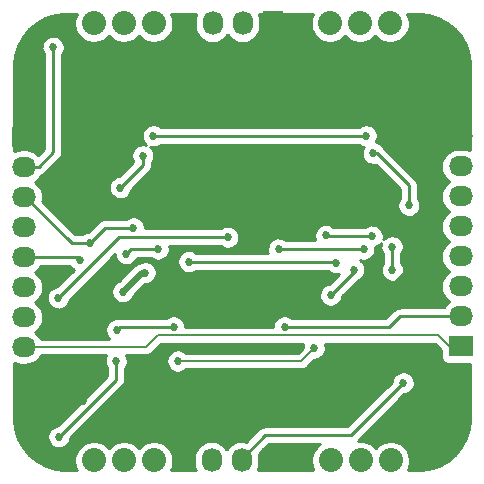
<source format=gbl>
G04 #@! TF.FileFunction,Copper,L2,Bot,Signal*
%FSLAX46Y46*%
G04 Gerber Fmt 4.6, Leading zero omitted, Abs format (unit mm)*
G04 Created by KiCad (PCBNEW 4.0.4-stable) date Fri Nov  4 09:48:08 2016*
%MOMM*%
%LPD*%
G01*
G04 APERTURE LIST*
%ADD10C,0.100000*%
%ADD11C,2.032000*%
%ADD12R,1.727200X2.032000*%
%ADD13O,1.727200X2.032000*%
%ADD14R,2.032000X1.727200*%
%ADD15O,2.032000X1.727200*%
%ADD16C,0.685800*%
%ADD17C,0.254000*%
%ADD18C,0.500000*%
%ADD19C,0.152400*%
G04 APERTURE END LIST*
D10*
D11*
X171000000Y-142000000D03*
X173540000Y-142000000D03*
X176080000Y-142000000D03*
D12*
X166000000Y-142000000D03*
D13*
X163460000Y-142000000D03*
X160920000Y-142000000D03*
D12*
X166080000Y-105000000D03*
D13*
X163540000Y-105000000D03*
X161000000Y-105000000D03*
D11*
X150960000Y-142000000D03*
X153500000Y-142000000D03*
X156040000Y-142000000D03*
X150960000Y-105000000D03*
X153500000Y-105000000D03*
X156040000Y-105000000D03*
X170960000Y-105000000D03*
X173500000Y-105000000D03*
X176040000Y-105000000D03*
D14*
X145000000Y-114610000D03*
D15*
X145000000Y-117150000D03*
X145000000Y-119690000D03*
X145000000Y-122230000D03*
X145000000Y-124770000D03*
X145000000Y-127310000D03*
X145000000Y-129850000D03*
X145000000Y-132390000D03*
D14*
X182000000Y-132350000D03*
D15*
X182000000Y-129810000D03*
X182000000Y-127270000D03*
X182000000Y-124730000D03*
X182000000Y-122190000D03*
X182000000Y-119650000D03*
X182000000Y-117110000D03*
X182000000Y-114570000D03*
D16*
X177800000Y-133700000D03*
X178874508Y-122224103D03*
X177274908Y-128000000D03*
X175100000Y-127700000D03*
X177000000Y-137000000D03*
X168000000Y-137000000D03*
X159000000Y-137000000D03*
X150000000Y-137000000D03*
X168000000Y-128000000D03*
X159000000Y-128000000D03*
X150000000Y-128000000D03*
X168000000Y-119000000D03*
X159000000Y-119000000D03*
X150000000Y-119000000D03*
X177000000Y-110000000D03*
X150000000Y-110000000D03*
X168000000Y-110000000D03*
X159000000Y-110000000D03*
X154300000Y-122300000D03*
X150600000Y-123600000D03*
X176230335Y-125884447D03*
X155300000Y-126100000D03*
X153400000Y-127700000D03*
X174600000Y-116000000D03*
X177622300Y-120400000D03*
X176200000Y-123900000D03*
X172965246Y-125850941D03*
X171000000Y-128000000D03*
X155100000Y-116200000D03*
X153200000Y-118900000D03*
X147500000Y-107000000D03*
X156000000Y-114500000D03*
X174000000Y-114500000D03*
X170603554Y-122950165D03*
X162300000Y-123100000D03*
X147949095Y-128240203D03*
X174504000Y-123000000D03*
X152838720Y-133572385D03*
X158064938Y-133581404D03*
X169600000Y-132500000D03*
X148000000Y-140000000D03*
X177146204Y-135429143D03*
X173800000Y-124100000D03*
X166600000Y-124100000D03*
X156400000Y-124100000D03*
X153700000Y-124500000D03*
X171482306Y-125268614D03*
X149820755Y-125067281D03*
X159000000Y-125155555D03*
X152886832Y-130951365D03*
X167100000Y-130700000D03*
X157700000Y-130700000D03*
D17*
X178874508Y-122709036D02*
X178874508Y-122224103D01*
X178874508Y-124410425D02*
X178874508Y-122709036D01*
X175584933Y-127700000D02*
X178874508Y-124410425D01*
X175100000Y-127700000D02*
X175584933Y-127700000D01*
X181847600Y-114570000D02*
X182000000Y-114570000D01*
X150600000Y-123600000D02*
X151900000Y-122300000D01*
X151900000Y-122300000D02*
X154300000Y-122300000D01*
X145000000Y-119690000D02*
X145152400Y-119690000D01*
X145152400Y-119690000D02*
X149062400Y-123600000D01*
X149062400Y-123600000D02*
X150600000Y-123600000D01*
X176230335Y-125884447D02*
X176230335Y-123930335D01*
X176230335Y-123930335D02*
X176200000Y-123900000D01*
D18*
X153400000Y-127700000D02*
X155000000Y-126100000D01*
X155000000Y-126100000D02*
X155300000Y-126100000D01*
D17*
X177622300Y-120400000D02*
X177622300Y-118701294D01*
X177622300Y-118701294D02*
X174921006Y-116000000D01*
X174921006Y-116000000D02*
X174600000Y-116000000D01*
X176188399Y-123911601D02*
X176200000Y-123900000D01*
X172965246Y-126034754D02*
X172965246Y-125850941D01*
X171000000Y-128000000D02*
X172965246Y-126034754D01*
X153200000Y-118900000D02*
X155100000Y-117000000D01*
X155100000Y-117000000D02*
X155100000Y-116200000D01*
X145000000Y-117150000D02*
X146270000Y-117150000D01*
X146270000Y-117150000D02*
X147500000Y-115920000D01*
X147500000Y-115920000D02*
X147500000Y-110896000D01*
X147500000Y-110896000D02*
X147500000Y-107000000D01*
X171000000Y-114500000D02*
X169922370Y-114500000D01*
X169922370Y-114500000D02*
X156000000Y-114500000D01*
X174000000Y-114500000D02*
X171000000Y-114500000D01*
X170653389Y-123000000D02*
X170603554Y-122950165D01*
X174504000Y-123000000D02*
X170653389Y-123000000D01*
X162300000Y-123100000D02*
X153089298Y-123100000D01*
X153089298Y-123100000D02*
X148291994Y-127897304D01*
X148291994Y-127897304D02*
X147949095Y-128240203D01*
X152838720Y-134057318D02*
X152838720Y-133572385D01*
X152838720Y-135161280D02*
X152838720Y-134057318D01*
X148000000Y-140000000D02*
X152838720Y-135161280D01*
D19*
X158549871Y-133581404D02*
X158064938Y-133581404D01*
X168518596Y-133581404D02*
X158549871Y-133581404D01*
X169600000Y-132500000D02*
X168518596Y-133581404D01*
D17*
X163460000Y-142000000D02*
X163460000Y-141847600D01*
X163460000Y-141847600D02*
X165429616Y-139877984D01*
X165429616Y-139877984D02*
X172697363Y-139877984D01*
X172697363Y-139877984D02*
X176803305Y-135772042D01*
X176803305Y-135772042D02*
X177146204Y-135429143D01*
X166600000Y-124100000D02*
X173800000Y-124100000D01*
X153700000Y-124500000D02*
X154100000Y-124100000D01*
X154100000Y-124100000D02*
X156400000Y-124100000D01*
X171369247Y-125155555D02*
X171482306Y-125268614D01*
X159000000Y-125155555D02*
X171369247Y-125155555D01*
X149523474Y-124770000D02*
X149820755Y-125067281D01*
X145000000Y-124770000D02*
X149523474Y-124770000D01*
D19*
X182000000Y-132350000D02*
X181050000Y-132350000D01*
X181050000Y-132350000D02*
X180578099Y-131878099D01*
X155357378Y-132390000D02*
X145000000Y-132390000D01*
X180578099Y-131878099D02*
X180578099Y-131877699D01*
X180578099Y-131877699D02*
X180100400Y-131400000D01*
X180100400Y-131400000D02*
X156347378Y-131400000D01*
X156347378Y-131400000D02*
X155357378Y-132390000D01*
D17*
X153138197Y-130700000D02*
X152886832Y-130951365D01*
X157700000Y-130700000D02*
X153138197Y-130700000D01*
X167100000Y-130700000D02*
X175951304Y-130700000D01*
X182000000Y-129810000D02*
X176841304Y-129810000D01*
X176841304Y-129810000D02*
X175951304Y-130700000D01*
G36*
X169960472Y-140707088D02*
X169729141Y-140933623D01*
X169546218Y-141200776D01*
X169418668Y-141498372D01*
X169351351Y-141815074D01*
X169346830Y-142138821D01*
X169405278Y-142457279D01*
X169524469Y-142758320D01*
X169544885Y-142790000D01*
X164815838Y-142790000D01*
X164837416Y-142750749D01*
X164925852Y-142471964D01*
X164958454Y-142181312D01*
X164958600Y-142160388D01*
X164958600Y-141839612D01*
X164930059Y-141548532D01*
X164908409Y-141476822D01*
X165745247Y-140639984D01*
X170063017Y-140639984D01*
X169960472Y-140707088D01*
X169960472Y-140707088D01*
G37*
X169960472Y-140707088D02*
X169729141Y-140933623D01*
X169546218Y-141200776D01*
X169418668Y-141498372D01*
X169351351Y-141815074D01*
X169346830Y-142138821D01*
X169405278Y-142457279D01*
X169524469Y-142758320D01*
X169544885Y-142790000D01*
X164815838Y-142790000D01*
X164837416Y-142750749D01*
X164925852Y-142471964D01*
X164958454Y-142181312D01*
X164958600Y-142160388D01*
X164958600Y-141839612D01*
X164930059Y-141548532D01*
X164908409Y-141476822D01*
X165745247Y-140639984D01*
X170063017Y-140639984D01*
X169960472Y-140707088D01*
G36*
X168663364Y-132202882D02*
X168623492Y-132390467D01*
X168622355Y-132471857D01*
X168224008Y-132870204D01*
X158736902Y-132870204D01*
X158691291Y-132824273D01*
X158532302Y-132717033D01*
X158355510Y-132642717D01*
X158167651Y-132604155D01*
X157975880Y-132602816D01*
X157787500Y-132638751D01*
X157609688Y-132710592D01*
X157449217Y-132815602D01*
X157312198Y-132949780D01*
X157203851Y-133108017D01*
X157128302Y-133284286D01*
X157088430Y-133471871D01*
X157085752Y-133663629D01*
X157120371Y-133852254D01*
X157190969Y-134030563D01*
X157294856Y-134191764D01*
X157428075Y-134329716D01*
X157585551Y-134439165D01*
X157761288Y-134515943D01*
X157948590Y-134557124D01*
X158140325Y-134561140D01*
X158329187Y-134527838D01*
X158507985Y-134458487D01*
X158669907Y-134355729D01*
X158736195Y-134292604D01*
X168518596Y-134292604D01*
X168583942Y-134286197D01*
X168649422Y-134280468D01*
X168653017Y-134279424D01*
X168656735Y-134279059D01*
X168719586Y-134260083D01*
X168782713Y-134241743D01*
X168786034Y-134240022D01*
X168789613Y-134238941D01*
X168847608Y-134208105D01*
X168905943Y-134177867D01*
X168908866Y-134175534D01*
X168912168Y-134173778D01*
X168963083Y-134132253D01*
X169014420Y-134091271D01*
X169019620Y-134086142D01*
X169019732Y-134086051D01*
X169019818Y-134085947D01*
X169021490Y-134084298D01*
X169627064Y-133478724D01*
X169675387Y-133479736D01*
X169864249Y-133446434D01*
X170043047Y-133377083D01*
X170204969Y-133274325D01*
X170343848Y-133142072D01*
X170454394Y-132985363D01*
X170532396Y-132810167D01*
X170574884Y-132623156D01*
X170577942Y-132404112D01*
X170540693Y-132215988D01*
X170497503Y-132111200D01*
X179805812Y-132111200D01*
X180067037Y-132372426D01*
X180068232Y-132373923D01*
X180073361Y-132379123D01*
X180073452Y-132379235D01*
X180073556Y-132379321D01*
X180075205Y-132380993D01*
X180345928Y-132651716D01*
X180345928Y-133213600D01*
X180353992Y-133314721D01*
X180407106Y-133486234D01*
X180505900Y-133636159D01*
X180642550Y-133752625D01*
X180806237Y-133826410D01*
X180984000Y-133851672D01*
X182790000Y-133851672D01*
X182790000Y-138465281D01*
X182704959Y-139332601D01*
X182463154Y-140133494D01*
X182070395Y-140872168D01*
X181541640Y-141520484D01*
X180897034Y-142053749D01*
X180161122Y-142451654D01*
X179361942Y-142699042D01*
X178496532Y-142790000D01*
X177535591Y-142790000D01*
X177654174Y-142523658D01*
X177725906Y-142207926D01*
X177731070Y-141838111D01*
X177668182Y-141520500D01*
X177544799Y-141221152D01*
X177365624Y-140951471D01*
X177137479Y-140721728D01*
X176869055Y-140540674D01*
X176570576Y-140415205D01*
X176253411Y-140350100D01*
X175929642Y-140347840D01*
X175611599Y-140408510D01*
X175311397Y-140529799D01*
X175040472Y-140707088D01*
X174809141Y-140933623D01*
X174808635Y-140934363D01*
X174597479Y-140721728D01*
X174329055Y-140540674D01*
X174030576Y-140415205D01*
X173713411Y-140350100D01*
X173389642Y-140347840D01*
X173285217Y-140367760D01*
X177248916Y-136404061D01*
X177410453Y-136375577D01*
X177589251Y-136306226D01*
X177751173Y-136203468D01*
X177890052Y-136071215D01*
X178000598Y-135914506D01*
X178078600Y-135739310D01*
X178121088Y-135552299D01*
X178124146Y-135333255D01*
X178086897Y-135145131D01*
X178013817Y-134967825D01*
X177907689Y-134808091D01*
X177772557Y-134672012D01*
X177613568Y-134564772D01*
X177436776Y-134490456D01*
X177248917Y-134451894D01*
X177057146Y-134450555D01*
X176868766Y-134486490D01*
X176690954Y-134558331D01*
X176530483Y-134663341D01*
X176393464Y-134797519D01*
X176285117Y-134955756D01*
X176209568Y-135132025D01*
X176169696Y-135319610D01*
X176169577Y-135328140D01*
X172381733Y-139115984D01*
X165429616Y-139115984D01*
X165359552Y-139122854D01*
X165289446Y-139128987D01*
X165285598Y-139130105D01*
X165281609Y-139130496D01*
X165214244Y-139150835D01*
X165146634Y-139170477D01*
X165143074Y-139172323D01*
X165139240Y-139173480D01*
X165077098Y-139206521D01*
X165014602Y-139238917D01*
X165011472Y-139241416D01*
X165007932Y-139243298D01*
X164953385Y-139287785D01*
X164898376Y-139331698D01*
X164892797Y-139337200D01*
X164892685Y-139337291D01*
X164892599Y-139337395D01*
X164890801Y-139339168D01*
X163835417Y-140394553D01*
X163761335Y-140371621D01*
X163470462Y-140341049D01*
X163179190Y-140367556D01*
X162898615Y-140450134D01*
X162639422Y-140585637D01*
X162411485Y-140768903D01*
X162223485Y-140992952D01*
X162190701Y-141052587D01*
X162168216Y-141010299D01*
X161983363Y-140783647D01*
X161758006Y-140597216D01*
X161500731Y-140458108D01*
X161221335Y-140371621D01*
X160930462Y-140341049D01*
X160639190Y-140367556D01*
X160358615Y-140450134D01*
X160099422Y-140585637D01*
X159871485Y-140768903D01*
X159683485Y-140992952D01*
X159542584Y-141249251D01*
X159454148Y-141528036D01*
X159421546Y-141818688D01*
X159421400Y-141839612D01*
X159421400Y-142160388D01*
X159449941Y-142451468D01*
X159534475Y-142731460D01*
X159565601Y-142790000D01*
X157495591Y-142790000D01*
X157614174Y-142523658D01*
X157685906Y-142207926D01*
X157691070Y-141838111D01*
X157628182Y-141520500D01*
X157504799Y-141221152D01*
X157325624Y-140951471D01*
X157097479Y-140721728D01*
X156829055Y-140540674D01*
X156530576Y-140415205D01*
X156213411Y-140350100D01*
X155889642Y-140347840D01*
X155571599Y-140408510D01*
X155271397Y-140529799D01*
X155000472Y-140707088D01*
X154769141Y-140933623D01*
X154768635Y-140934363D01*
X154557479Y-140721728D01*
X154289055Y-140540674D01*
X153990576Y-140415205D01*
X153673411Y-140350100D01*
X153349642Y-140347840D01*
X153031599Y-140408510D01*
X152731397Y-140529799D01*
X152460472Y-140707088D01*
X152229141Y-140933623D01*
X152228635Y-140934363D01*
X152017479Y-140721728D01*
X151749055Y-140540674D01*
X151450576Y-140415205D01*
X151133411Y-140350100D01*
X150809642Y-140347840D01*
X150491599Y-140408510D01*
X150191397Y-140529799D01*
X149920472Y-140707088D01*
X149689141Y-140933623D01*
X149506218Y-141200776D01*
X149378668Y-141498372D01*
X149311351Y-141815074D01*
X149306830Y-142138821D01*
X149365278Y-142457279D01*
X149484469Y-142758320D01*
X149504885Y-142790000D01*
X148534719Y-142790000D01*
X147667399Y-142704959D01*
X146866506Y-142463154D01*
X146127832Y-142070395D01*
X145479516Y-141541640D01*
X144946251Y-140897034D01*
X144548346Y-140161122D01*
X144300958Y-139361942D01*
X144210000Y-138496532D01*
X144210000Y-133745838D01*
X144249251Y-133767416D01*
X144528036Y-133855852D01*
X144818688Y-133888454D01*
X144839612Y-133888600D01*
X145160388Y-133888600D01*
X145451468Y-133860059D01*
X145731460Y-133775525D01*
X145989701Y-133638216D01*
X146216353Y-133453363D01*
X146402784Y-133228006D01*
X146471348Y-133101200D01*
X151976689Y-133101200D01*
X151902084Y-133275267D01*
X151862212Y-133462852D01*
X151859534Y-133654610D01*
X151894153Y-133843235D01*
X151964751Y-134021544D01*
X152068638Y-134182745D01*
X152076720Y-134191114D01*
X152076720Y-134845649D01*
X147898604Y-139023765D01*
X147722562Y-139057347D01*
X147544750Y-139129188D01*
X147384279Y-139234198D01*
X147247260Y-139368376D01*
X147138913Y-139526613D01*
X147063364Y-139702882D01*
X147023492Y-139890467D01*
X147020814Y-140082225D01*
X147055433Y-140270850D01*
X147126031Y-140449159D01*
X147229918Y-140610360D01*
X147363137Y-140748312D01*
X147520613Y-140857761D01*
X147696350Y-140934539D01*
X147883652Y-140975720D01*
X148075387Y-140979736D01*
X148264249Y-140946434D01*
X148443047Y-140877083D01*
X148604969Y-140774325D01*
X148743848Y-140642072D01*
X148854394Y-140485363D01*
X148932396Y-140310167D01*
X148974884Y-140123156D01*
X148975173Y-140102457D01*
X153377535Y-135700096D01*
X153422230Y-135645683D01*
X153467456Y-135591785D01*
X153469386Y-135588274D01*
X153471930Y-135585177D01*
X153505189Y-135523150D01*
X153539101Y-135461464D01*
X153540313Y-135457644D01*
X153542206Y-135454113D01*
X153562781Y-135386816D01*
X153584068Y-135319709D01*
X153584515Y-135315726D01*
X153585686Y-135311895D01*
X153592795Y-135241907D01*
X153600646Y-135171919D01*
X153600701Y-135164083D01*
X153600715Y-135163940D01*
X153600702Y-135163807D01*
X153600720Y-135161280D01*
X153600720Y-134188725D01*
X153693114Y-134057748D01*
X153771116Y-133882552D01*
X153813604Y-133695541D01*
X153816662Y-133476497D01*
X153779413Y-133288373D01*
X153706333Y-133111067D01*
X153699777Y-133101200D01*
X155357378Y-133101200D01*
X155422724Y-133094793D01*
X155488204Y-133089064D01*
X155491799Y-133088020D01*
X155495517Y-133087655D01*
X155558368Y-133068679D01*
X155621495Y-133050339D01*
X155624816Y-133048618D01*
X155628395Y-133047537D01*
X155686390Y-133016701D01*
X155744725Y-132986463D01*
X155747648Y-132984130D01*
X155750950Y-132982374D01*
X155801865Y-132940849D01*
X155853202Y-132899867D01*
X155858402Y-132894738D01*
X155858514Y-132894647D01*
X155858600Y-132894543D01*
X155860272Y-132892894D01*
X156641967Y-132111200D01*
X168702659Y-132111200D01*
X168663364Y-132202882D01*
X168663364Y-132202882D01*
G37*
X168663364Y-132202882D02*
X168623492Y-132390467D01*
X168622355Y-132471857D01*
X168224008Y-132870204D01*
X158736902Y-132870204D01*
X158691291Y-132824273D01*
X158532302Y-132717033D01*
X158355510Y-132642717D01*
X158167651Y-132604155D01*
X157975880Y-132602816D01*
X157787500Y-132638751D01*
X157609688Y-132710592D01*
X157449217Y-132815602D01*
X157312198Y-132949780D01*
X157203851Y-133108017D01*
X157128302Y-133284286D01*
X157088430Y-133471871D01*
X157085752Y-133663629D01*
X157120371Y-133852254D01*
X157190969Y-134030563D01*
X157294856Y-134191764D01*
X157428075Y-134329716D01*
X157585551Y-134439165D01*
X157761288Y-134515943D01*
X157948590Y-134557124D01*
X158140325Y-134561140D01*
X158329187Y-134527838D01*
X158507985Y-134458487D01*
X158669907Y-134355729D01*
X158736195Y-134292604D01*
X168518596Y-134292604D01*
X168583942Y-134286197D01*
X168649422Y-134280468D01*
X168653017Y-134279424D01*
X168656735Y-134279059D01*
X168719586Y-134260083D01*
X168782713Y-134241743D01*
X168786034Y-134240022D01*
X168789613Y-134238941D01*
X168847608Y-134208105D01*
X168905943Y-134177867D01*
X168908866Y-134175534D01*
X168912168Y-134173778D01*
X168963083Y-134132253D01*
X169014420Y-134091271D01*
X169019620Y-134086142D01*
X169019732Y-134086051D01*
X169019818Y-134085947D01*
X169021490Y-134084298D01*
X169627064Y-133478724D01*
X169675387Y-133479736D01*
X169864249Y-133446434D01*
X170043047Y-133377083D01*
X170204969Y-133274325D01*
X170343848Y-133142072D01*
X170454394Y-132985363D01*
X170532396Y-132810167D01*
X170574884Y-132623156D01*
X170577942Y-132404112D01*
X170540693Y-132215988D01*
X170497503Y-132111200D01*
X179805812Y-132111200D01*
X180067037Y-132372426D01*
X180068232Y-132373923D01*
X180073361Y-132379123D01*
X180073452Y-132379235D01*
X180073556Y-132379321D01*
X180075205Y-132380993D01*
X180345928Y-132651716D01*
X180345928Y-133213600D01*
X180353992Y-133314721D01*
X180407106Y-133486234D01*
X180505900Y-133636159D01*
X180642550Y-133752625D01*
X180806237Y-133826410D01*
X180984000Y-133851672D01*
X182790000Y-133851672D01*
X182790000Y-138465281D01*
X182704959Y-139332601D01*
X182463154Y-140133494D01*
X182070395Y-140872168D01*
X181541640Y-141520484D01*
X180897034Y-142053749D01*
X180161122Y-142451654D01*
X179361942Y-142699042D01*
X178496532Y-142790000D01*
X177535591Y-142790000D01*
X177654174Y-142523658D01*
X177725906Y-142207926D01*
X177731070Y-141838111D01*
X177668182Y-141520500D01*
X177544799Y-141221152D01*
X177365624Y-140951471D01*
X177137479Y-140721728D01*
X176869055Y-140540674D01*
X176570576Y-140415205D01*
X176253411Y-140350100D01*
X175929642Y-140347840D01*
X175611599Y-140408510D01*
X175311397Y-140529799D01*
X175040472Y-140707088D01*
X174809141Y-140933623D01*
X174808635Y-140934363D01*
X174597479Y-140721728D01*
X174329055Y-140540674D01*
X174030576Y-140415205D01*
X173713411Y-140350100D01*
X173389642Y-140347840D01*
X173285217Y-140367760D01*
X177248916Y-136404061D01*
X177410453Y-136375577D01*
X177589251Y-136306226D01*
X177751173Y-136203468D01*
X177890052Y-136071215D01*
X178000598Y-135914506D01*
X178078600Y-135739310D01*
X178121088Y-135552299D01*
X178124146Y-135333255D01*
X178086897Y-135145131D01*
X178013817Y-134967825D01*
X177907689Y-134808091D01*
X177772557Y-134672012D01*
X177613568Y-134564772D01*
X177436776Y-134490456D01*
X177248917Y-134451894D01*
X177057146Y-134450555D01*
X176868766Y-134486490D01*
X176690954Y-134558331D01*
X176530483Y-134663341D01*
X176393464Y-134797519D01*
X176285117Y-134955756D01*
X176209568Y-135132025D01*
X176169696Y-135319610D01*
X176169577Y-135328140D01*
X172381733Y-139115984D01*
X165429616Y-139115984D01*
X165359552Y-139122854D01*
X165289446Y-139128987D01*
X165285598Y-139130105D01*
X165281609Y-139130496D01*
X165214244Y-139150835D01*
X165146634Y-139170477D01*
X165143074Y-139172323D01*
X165139240Y-139173480D01*
X165077098Y-139206521D01*
X165014602Y-139238917D01*
X165011472Y-139241416D01*
X165007932Y-139243298D01*
X164953385Y-139287785D01*
X164898376Y-139331698D01*
X164892797Y-139337200D01*
X164892685Y-139337291D01*
X164892599Y-139337395D01*
X164890801Y-139339168D01*
X163835417Y-140394553D01*
X163761335Y-140371621D01*
X163470462Y-140341049D01*
X163179190Y-140367556D01*
X162898615Y-140450134D01*
X162639422Y-140585637D01*
X162411485Y-140768903D01*
X162223485Y-140992952D01*
X162190701Y-141052587D01*
X162168216Y-141010299D01*
X161983363Y-140783647D01*
X161758006Y-140597216D01*
X161500731Y-140458108D01*
X161221335Y-140371621D01*
X160930462Y-140341049D01*
X160639190Y-140367556D01*
X160358615Y-140450134D01*
X160099422Y-140585637D01*
X159871485Y-140768903D01*
X159683485Y-140992952D01*
X159542584Y-141249251D01*
X159454148Y-141528036D01*
X159421546Y-141818688D01*
X159421400Y-141839612D01*
X159421400Y-142160388D01*
X159449941Y-142451468D01*
X159534475Y-142731460D01*
X159565601Y-142790000D01*
X157495591Y-142790000D01*
X157614174Y-142523658D01*
X157685906Y-142207926D01*
X157691070Y-141838111D01*
X157628182Y-141520500D01*
X157504799Y-141221152D01*
X157325624Y-140951471D01*
X157097479Y-140721728D01*
X156829055Y-140540674D01*
X156530576Y-140415205D01*
X156213411Y-140350100D01*
X155889642Y-140347840D01*
X155571599Y-140408510D01*
X155271397Y-140529799D01*
X155000472Y-140707088D01*
X154769141Y-140933623D01*
X154768635Y-140934363D01*
X154557479Y-140721728D01*
X154289055Y-140540674D01*
X153990576Y-140415205D01*
X153673411Y-140350100D01*
X153349642Y-140347840D01*
X153031599Y-140408510D01*
X152731397Y-140529799D01*
X152460472Y-140707088D01*
X152229141Y-140933623D01*
X152228635Y-140934363D01*
X152017479Y-140721728D01*
X151749055Y-140540674D01*
X151450576Y-140415205D01*
X151133411Y-140350100D01*
X150809642Y-140347840D01*
X150491599Y-140408510D01*
X150191397Y-140529799D01*
X149920472Y-140707088D01*
X149689141Y-140933623D01*
X149506218Y-141200776D01*
X149378668Y-141498372D01*
X149311351Y-141815074D01*
X149306830Y-142138821D01*
X149365278Y-142457279D01*
X149484469Y-142758320D01*
X149504885Y-142790000D01*
X148534719Y-142790000D01*
X147667399Y-142704959D01*
X146866506Y-142463154D01*
X146127832Y-142070395D01*
X145479516Y-141541640D01*
X144946251Y-140897034D01*
X144548346Y-140161122D01*
X144300958Y-139361942D01*
X144210000Y-138496532D01*
X144210000Y-133745838D01*
X144249251Y-133767416D01*
X144528036Y-133855852D01*
X144818688Y-133888454D01*
X144839612Y-133888600D01*
X145160388Y-133888600D01*
X145451468Y-133860059D01*
X145731460Y-133775525D01*
X145989701Y-133638216D01*
X146216353Y-133453363D01*
X146402784Y-133228006D01*
X146471348Y-133101200D01*
X151976689Y-133101200D01*
X151902084Y-133275267D01*
X151862212Y-133462852D01*
X151859534Y-133654610D01*
X151894153Y-133843235D01*
X151964751Y-134021544D01*
X152068638Y-134182745D01*
X152076720Y-134191114D01*
X152076720Y-134845649D01*
X147898604Y-139023765D01*
X147722562Y-139057347D01*
X147544750Y-139129188D01*
X147384279Y-139234198D01*
X147247260Y-139368376D01*
X147138913Y-139526613D01*
X147063364Y-139702882D01*
X147023492Y-139890467D01*
X147020814Y-140082225D01*
X147055433Y-140270850D01*
X147126031Y-140449159D01*
X147229918Y-140610360D01*
X147363137Y-140748312D01*
X147520613Y-140857761D01*
X147696350Y-140934539D01*
X147883652Y-140975720D01*
X148075387Y-140979736D01*
X148264249Y-140946434D01*
X148443047Y-140877083D01*
X148604969Y-140774325D01*
X148743848Y-140642072D01*
X148854394Y-140485363D01*
X148932396Y-140310167D01*
X148974884Y-140123156D01*
X148975173Y-140102457D01*
X153377535Y-135700096D01*
X153422230Y-135645683D01*
X153467456Y-135591785D01*
X153469386Y-135588274D01*
X153471930Y-135585177D01*
X153505189Y-135523150D01*
X153539101Y-135461464D01*
X153540313Y-135457644D01*
X153542206Y-135454113D01*
X153562781Y-135386816D01*
X153584068Y-135319709D01*
X153584515Y-135315726D01*
X153585686Y-135311895D01*
X153592795Y-135241907D01*
X153600646Y-135171919D01*
X153600701Y-135164083D01*
X153600715Y-135163940D01*
X153600702Y-135163807D01*
X153600720Y-135161280D01*
X153600720Y-134188725D01*
X153693114Y-134057748D01*
X153771116Y-133882552D01*
X153813604Y-133695541D01*
X153816662Y-133476497D01*
X153779413Y-133288373D01*
X153706333Y-133111067D01*
X153699777Y-133101200D01*
X155357378Y-133101200D01*
X155422724Y-133094793D01*
X155488204Y-133089064D01*
X155491799Y-133088020D01*
X155495517Y-133087655D01*
X155558368Y-133068679D01*
X155621495Y-133050339D01*
X155624816Y-133048618D01*
X155628395Y-133047537D01*
X155686390Y-133016701D01*
X155744725Y-132986463D01*
X155747648Y-132984130D01*
X155750950Y-132982374D01*
X155801865Y-132940849D01*
X155853202Y-132899867D01*
X155858402Y-132894738D01*
X155858514Y-132894647D01*
X155858600Y-132894543D01*
X155860272Y-132892894D01*
X156641967Y-132111200D01*
X168702659Y-132111200D01*
X168663364Y-132202882D01*
G36*
X149378668Y-104498372D02*
X149311351Y-104815074D01*
X149306830Y-105138821D01*
X149365278Y-105457279D01*
X149484469Y-105758320D01*
X149659862Y-106030477D01*
X149884777Y-106263383D01*
X150150647Y-106448167D01*
X150447345Y-106577791D01*
X150763569Y-106647318D01*
X151087276Y-106654099D01*
X151406135Y-106597875D01*
X151708000Y-106480789D01*
X151981375Y-106307300D01*
X152215846Y-106084017D01*
X152230924Y-106062643D01*
X152424777Y-106263383D01*
X152690647Y-106448167D01*
X152987345Y-106577791D01*
X153303569Y-106647318D01*
X153627276Y-106654099D01*
X153946135Y-106597875D01*
X154248000Y-106480789D01*
X154521375Y-106307300D01*
X154755846Y-106084017D01*
X154770924Y-106062643D01*
X154964777Y-106263383D01*
X155230647Y-106448167D01*
X155527345Y-106577791D01*
X155843569Y-106647318D01*
X156167276Y-106654099D01*
X156486135Y-106597875D01*
X156788000Y-106480789D01*
X157061375Y-106307300D01*
X157295846Y-106084017D01*
X157482482Y-105819444D01*
X157614174Y-105523658D01*
X157685906Y-105207926D01*
X157691070Y-104838111D01*
X157628182Y-104520500D01*
X157504799Y-104221152D01*
X157497390Y-104210000D01*
X159644162Y-104210000D01*
X159622584Y-104249251D01*
X159534148Y-104528036D01*
X159501546Y-104818688D01*
X159501400Y-104839612D01*
X159501400Y-105160388D01*
X159529941Y-105451468D01*
X159614475Y-105731460D01*
X159751784Y-105989701D01*
X159936637Y-106216353D01*
X160161994Y-106402784D01*
X160419269Y-106541892D01*
X160698665Y-106628379D01*
X160989538Y-106658951D01*
X161280810Y-106632444D01*
X161561385Y-106549866D01*
X161820578Y-106414363D01*
X162048515Y-106231097D01*
X162236515Y-106007048D01*
X162269299Y-105947413D01*
X162291784Y-105989701D01*
X162476637Y-106216353D01*
X162701994Y-106402784D01*
X162959269Y-106541892D01*
X163238665Y-106628379D01*
X163529538Y-106658951D01*
X163820810Y-106632444D01*
X164101385Y-106549866D01*
X164360578Y-106414363D01*
X164588515Y-106231097D01*
X164776515Y-106007048D01*
X164917416Y-105750749D01*
X165005852Y-105471964D01*
X165038454Y-105181312D01*
X165038600Y-105160388D01*
X165038600Y-104839612D01*
X165010059Y-104548532D01*
X164925525Y-104268540D01*
X164894399Y-104210000D01*
X169502265Y-104210000D01*
X169378668Y-104498372D01*
X169311351Y-104815074D01*
X169306830Y-105138821D01*
X169365278Y-105457279D01*
X169484469Y-105758320D01*
X169659862Y-106030477D01*
X169884777Y-106263383D01*
X170150647Y-106448167D01*
X170447345Y-106577791D01*
X170763569Y-106647318D01*
X171087276Y-106654099D01*
X171406135Y-106597875D01*
X171708000Y-106480789D01*
X171981375Y-106307300D01*
X172215846Y-106084017D01*
X172230924Y-106062643D01*
X172424777Y-106263383D01*
X172690647Y-106448167D01*
X172987345Y-106577791D01*
X173303569Y-106647318D01*
X173627276Y-106654099D01*
X173946135Y-106597875D01*
X174248000Y-106480789D01*
X174521375Y-106307300D01*
X174755846Y-106084017D01*
X174770924Y-106062643D01*
X174964777Y-106263383D01*
X175230647Y-106448167D01*
X175527345Y-106577791D01*
X175843569Y-106647318D01*
X176167276Y-106654099D01*
X176486135Y-106597875D01*
X176788000Y-106480789D01*
X177061375Y-106307300D01*
X177295846Y-106084017D01*
X177482482Y-105819444D01*
X177614174Y-105523658D01*
X177685906Y-105207926D01*
X177691070Y-104838111D01*
X177628182Y-104520500D01*
X177504799Y-104221152D01*
X177497390Y-104210000D01*
X178465280Y-104210000D01*
X179332601Y-104295041D01*
X180133494Y-104536846D01*
X180872165Y-104929604D01*
X181520482Y-105458357D01*
X182053747Y-106102963D01*
X182451654Y-106838878D01*
X182699042Y-107638060D01*
X182790000Y-108503469D01*
X182790000Y-115754162D01*
X182750749Y-115732584D01*
X182471964Y-115644148D01*
X182181312Y-115611546D01*
X182160388Y-115611400D01*
X181839612Y-115611400D01*
X181548532Y-115639941D01*
X181268540Y-115724475D01*
X181010299Y-115861784D01*
X180783647Y-116046637D01*
X180597216Y-116271994D01*
X180458108Y-116529269D01*
X180371621Y-116808665D01*
X180341049Y-117099538D01*
X180367556Y-117390810D01*
X180450134Y-117671385D01*
X180585637Y-117930578D01*
X180768903Y-118158515D01*
X180992952Y-118346515D01*
X181052587Y-118379299D01*
X181010299Y-118401784D01*
X180783647Y-118586637D01*
X180597216Y-118811994D01*
X180458108Y-119069269D01*
X180371621Y-119348665D01*
X180341049Y-119639538D01*
X180367556Y-119930810D01*
X180450134Y-120211385D01*
X180585637Y-120470578D01*
X180768903Y-120698515D01*
X180992952Y-120886515D01*
X181052587Y-120919299D01*
X181010299Y-120941784D01*
X180783647Y-121126637D01*
X180597216Y-121351994D01*
X180458108Y-121609269D01*
X180371621Y-121888665D01*
X180341049Y-122179538D01*
X180367556Y-122470810D01*
X180450134Y-122751385D01*
X180585637Y-123010578D01*
X180768903Y-123238515D01*
X180992952Y-123426515D01*
X181052587Y-123459299D01*
X181010299Y-123481784D01*
X180783647Y-123666637D01*
X180597216Y-123891994D01*
X180458108Y-124149269D01*
X180371621Y-124428665D01*
X180341049Y-124719538D01*
X180367556Y-125010810D01*
X180450134Y-125291385D01*
X180585637Y-125550578D01*
X180768903Y-125778515D01*
X180992952Y-125966515D01*
X181052587Y-125999299D01*
X181010299Y-126021784D01*
X180783647Y-126206637D01*
X180597216Y-126431994D01*
X180458108Y-126689269D01*
X180371621Y-126968665D01*
X180341049Y-127259538D01*
X180367556Y-127550810D01*
X180450134Y-127831385D01*
X180585637Y-128090578D01*
X180768903Y-128318515D01*
X180992952Y-128506515D01*
X181052587Y-128539299D01*
X181010299Y-128561784D01*
X180783647Y-128746637D01*
X180597216Y-128971994D01*
X180556120Y-129048000D01*
X176841304Y-129048000D01*
X176771195Y-129054874D01*
X176701133Y-129061004D01*
X176697290Y-129062120D01*
X176693297Y-129062512D01*
X176625856Y-129082874D01*
X176558322Y-129102494D01*
X176554766Y-129104337D01*
X176550928Y-129105496D01*
X176488751Y-129138556D01*
X176426290Y-129170933D01*
X176423160Y-129173432D01*
X176419620Y-129175314D01*
X176365073Y-129219801D01*
X176310064Y-129263714D01*
X176304489Y-129269212D01*
X176304373Y-129269307D01*
X176304284Y-129269415D01*
X176302489Y-129271185D01*
X175635674Y-129938000D01*
X167719134Y-129938000D01*
X167567364Y-129835629D01*
X167390572Y-129761313D01*
X167202713Y-129722751D01*
X167010942Y-129721412D01*
X166822562Y-129757347D01*
X166644750Y-129829188D01*
X166484279Y-129934198D01*
X166347260Y-130068376D01*
X166238913Y-130226613D01*
X166163364Y-130402882D01*
X166123492Y-130590467D01*
X166122119Y-130688800D01*
X158676760Y-130688800D01*
X158677942Y-130604112D01*
X158640693Y-130415988D01*
X158567613Y-130238682D01*
X158461485Y-130078948D01*
X158326353Y-129942869D01*
X158167364Y-129835629D01*
X157990572Y-129761313D01*
X157802713Y-129722751D01*
X157610942Y-129721412D01*
X157422562Y-129757347D01*
X157244750Y-129829188D01*
X157084279Y-129934198D01*
X157080396Y-129938000D01*
X153138197Y-129938000D01*
X153068133Y-129944870D01*
X152998027Y-129951003D01*
X152994179Y-129952121D01*
X152990190Y-129952512D01*
X152922779Y-129972865D01*
X152920140Y-129973631D01*
X152797774Y-129972777D01*
X152609394Y-130008712D01*
X152431582Y-130080553D01*
X152271111Y-130185563D01*
X152134092Y-130319741D01*
X152025745Y-130477978D01*
X151950196Y-130654247D01*
X151910324Y-130841832D01*
X151907646Y-131033590D01*
X151942265Y-131222215D01*
X152012863Y-131400524D01*
X152116750Y-131561725D01*
X152229808Y-131678800D01*
X146471545Y-131678800D01*
X146414363Y-131569422D01*
X146231097Y-131341485D01*
X146007048Y-131153485D01*
X145947413Y-131120701D01*
X145989701Y-131098216D01*
X146216353Y-130913363D01*
X146402784Y-130688006D01*
X146541892Y-130430731D01*
X146628379Y-130151335D01*
X146658951Y-129860462D01*
X146632444Y-129569190D01*
X146549866Y-129288615D01*
X146414363Y-129029422D01*
X146231097Y-128801485D01*
X146007048Y-128613485D01*
X145947413Y-128580701D01*
X145989701Y-128558216D01*
X146216353Y-128373363D01*
X146402784Y-128148006D01*
X146541892Y-127890731D01*
X146628379Y-127611335D01*
X146658951Y-127320462D01*
X146632444Y-127029190D01*
X146549866Y-126748615D01*
X146414363Y-126489422D01*
X146231097Y-126261485D01*
X146007048Y-126073485D01*
X145947413Y-126040701D01*
X145989701Y-126018216D01*
X146216353Y-125833363D01*
X146402784Y-125608006D01*
X146443880Y-125532000D01*
X148956814Y-125532000D01*
X149050673Y-125677641D01*
X149183892Y-125815593D01*
X149250076Y-125861592D01*
X147847700Y-127263968D01*
X147671657Y-127297550D01*
X147493845Y-127369391D01*
X147333374Y-127474401D01*
X147196355Y-127608579D01*
X147088008Y-127766816D01*
X147012459Y-127943085D01*
X146972587Y-128130670D01*
X146969909Y-128322428D01*
X147004528Y-128511053D01*
X147075126Y-128689362D01*
X147179013Y-128850563D01*
X147312232Y-128988515D01*
X147469708Y-129097964D01*
X147645445Y-129174742D01*
X147832747Y-129215923D01*
X148024482Y-129219939D01*
X148213344Y-129186637D01*
X148392142Y-129117286D01*
X148554064Y-129014528D01*
X148692943Y-128882275D01*
X148803489Y-128725566D01*
X148881491Y-128550370D01*
X148923979Y-128363359D01*
X148924268Y-128342660D01*
X149484703Y-127782225D01*
X152420814Y-127782225D01*
X152455433Y-127970850D01*
X152526031Y-128149159D01*
X152629918Y-128310360D01*
X152763137Y-128448312D01*
X152920613Y-128557761D01*
X153096350Y-128634539D01*
X153283652Y-128675720D01*
X153475387Y-128679736D01*
X153664249Y-128646434D01*
X153843047Y-128577083D01*
X154004969Y-128474325D01*
X154143848Y-128342072D01*
X154254394Y-128185363D01*
X154325160Y-128026420D01*
X155273968Y-127077612D01*
X155375387Y-127079736D01*
X155564249Y-127046434D01*
X155743047Y-126977083D01*
X155904969Y-126874325D01*
X156043848Y-126742072D01*
X156154394Y-126585363D01*
X156232396Y-126410167D01*
X156274884Y-126223156D01*
X156277942Y-126004112D01*
X156240693Y-125815988D01*
X156167613Y-125638682D01*
X156061485Y-125478948D01*
X155926353Y-125342869D01*
X155770553Y-125237780D01*
X158020814Y-125237780D01*
X158055433Y-125426405D01*
X158126031Y-125604714D01*
X158229918Y-125765915D01*
X158363137Y-125903867D01*
X158520613Y-126013316D01*
X158696350Y-126090094D01*
X158883652Y-126131275D01*
X159075387Y-126135291D01*
X159264249Y-126101989D01*
X159443047Y-126032638D01*
X159604969Y-125929880D01*
X159617911Y-125917555D01*
X170749481Y-125917555D01*
X170845443Y-126016926D01*
X171002919Y-126126375D01*
X171178656Y-126203153D01*
X171365958Y-126244334D01*
X171557693Y-126248350D01*
X171698922Y-126223447D01*
X170898604Y-127023766D01*
X170722562Y-127057347D01*
X170544750Y-127129188D01*
X170384279Y-127234198D01*
X170247260Y-127368376D01*
X170138913Y-127526613D01*
X170063364Y-127702882D01*
X170023492Y-127890467D01*
X170020814Y-128082225D01*
X170055433Y-128270850D01*
X170126031Y-128449159D01*
X170229918Y-128610360D01*
X170363137Y-128748312D01*
X170520613Y-128857761D01*
X170696350Y-128934539D01*
X170883652Y-128975720D01*
X171075387Y-128979736D01*
X171264249Y-128946434D01*
X171443047Y-128877083D01*
X171604969Y-128774325D01*
X171743848Y-128642072D01*
X171854394Y-128485363D01*
X171932396Y-128310167D01*
X171974884Y-128123156D01*
X171975173Y-128102457D01*
X173312421Y-126765210D01*
X173408293Y-126728024D01*
X173570215Y-126625266D01*
X173709094Y-126493013D01*
X173819640Y-126336304D01*
X173897642Y-126161108D01*
X173940130Y-125974097D01*
X173943188Y-125755053D01*
X173905939Y-125566929D01*
X173832859Y-125389623D01*
X173726731Y-125229889D01*
X173591599Y-125093810D01*
X173507294Y-125036945D01*
X173683652Y-125075720D01*
X173875387Y-125079736D01*
X174064249Y-125046434D01*
X174243047Y-124977083D01*
X174404969Y-124874325D01*
X174543848Y-124742072D01*
X174654394Y-124585363D01*
X174732396Y-124410167D01*
X174774884Y-124223156D01*
X174777942Y-124004112D01*
X174766580Y-123946728D01*
X174768249Y-123946434D01*
X174947047Y-123877083D01*
X175108969Y-123774325D01*
X175247848Y-123642072D01*
X175258133Y-123627492D01*
X175223492Y-123790467D01*
X175220814Y-123982225D01*
X175255433Y-124170850D01*
X175326031Y-124349159D01*
X175429918Y-124510360D01*
X175468335Y-124550142D01*
X175468335Y-125266347D01*
X175369248Y-125411060D01*
X175293699Y-125587329D01*
X175253827Y-125774914D01*
X175251149Y-125966672D01*
X175285768Y-126155297D01*
X175356366Y-126333606D01*
X175460253Y-126494807D01*
X175593472Y-126632759D01*
X175750948Y-126742208D01*
X175926685Y-126818986D01*
X176113987Y-126860167D01*
X176305722Y-126864183D01*
X176494584Y-126830881D01*
X176673382Y-126761530D01*
X176835304Y-126658772D01*
X176974183Y-126526519D01*
X177084729Y-126369810D01*
X177162731Y-126194614D01*
X177205219Y-126007603D01*
X177208277Y-125788559D01*
X177171028Y-125600435D01*
X177097948Y-125423129D01*
X176992335Y-125264170D01*
X176992335Y-124473337D01*
X177054394Y-124385363D01*
X177132396Y-124210167D01*
X177174884Y-124023156D01*
X177177942Y-123804112D01*
X177140693Y-123615988D01*
X177067613Y-123438682D01*
X176961485Y-123278948D01*
X176826353Y-123142869D01*
X176667364Y-123035629D01*
X176490572Y-122961313D01*
X176302713Y-122922751D01*
X176110942Y-122921412D01*
X175922562Y-122957347D01*
X175744750Y-123029188D01*
X175584279Y-123134198D01*
X175447260Y-123268376D01*
X175445211Y-123271369D01*
X175478884Y-123123156D01*
X175481942Y-122904112D01*
X175444693Y-122715988D01*
X175371613Y-122538682D01*
X175265485Y-122378948D01*
X175130353Y-122242869D01*
X174971364Y-122135629D01*
X174794572Y-122061313D01*
X174606713Y-122022751D01*
X174414942Y-122021412D01*
X174226562Y-122057347D01*
X174048750Y-122129188D01*
X173888279Y-122234198D01*
X173884396Y-122238000D01*
X171274560Y-122238000D01*
X171229907Y-122193034D01*
X171070918Y-122085794D01*
X170894126Y-122011478D01*
X170706267Y-121972916D01*
X170514496Y-121971577D01*
X170326116Y-122007512D01*
X170148304Y-122079353D01*
X169987833Y-122184363D01*
X169850814Y-122318541D01*
X169742467Y-122476778D01*
X169666918Y-122653047D01*
X169627046Y-122840632D01*
X169624368Y-123032390D01*
X169658987Y-123221015D01*
X169705305Y-123338000D01*
X167219134Y-123338000D01*
X167067364Y-123235629D01*
X166890572Y-123161313D01*
X166702713Y-123122751D01*
X166510942Y-123121412D01*
X166322562Y-123157347D01*
X166144750Y-123229188D01*
X165984279Y-123334198D01*
X165847260Y-123468376D01*
X165738913Y-123626613D01*
X165663364Y-123802882D01*
X165623492Y-123990467D01*
X165620814Y-124182225D01*
X165655433Y-124370850D01*
X165664423Y-124393555D01*
X159619134Y-124393555D01*
X159467364Y-124291184D01*
X159290572Y-124216868D01*
X159102713Y-124178306D01*
X158910942Y-124176967D01*
X158722562Y-124212902D01*
X158544750Y-124284743D01*
X158384279Y-124389753D01*
X158247260Y-124523931D01*
X158138913Y-124682168D01*
X158063364Y-124858437D01*
X158023492Y-125046022D01*
X158020814Y-125237780D01*
X155770553Y-125237780D01*
X155767364Y-125235629D01*
X155590572Y-125161313D01*
X155402713Y-125122751D01*
X155210942Y-125121412D01*
X155022562Y-125157347D01*
X154844750Y-125229188D01*
X154844302Y-125229481D01*
X154837204Y-125230102D01*
X154832733Y-125231401D01*
X154828103Y-125231855D01*
X154749915Y-125255461D01*
X154671340Y-125278289D01*
X154667203Y-125280434D01*
X154662753Y-125281777D01*
X154590627Y-125320127D01*
X154517995Y-125357776D01*
X154514357Y-125360680D01*
X154510248Y-125362865D01*
X154446938Y-125414500D01*
X154383009Y-125465533D01*
X154376528Y-125471924D01*
X154376399Y-125472030D01*
X154376300Y-125472150D01*
X154374211Y-125474210D01*
X153069726Y-126778694D01*
X152944750Y-126829188D01*
X152784279Y-126934198D01*
X152647260Y-127068376D01*
X152538913Y-127226613D01*
X152463364Y-127402882D01*
X152423492Y-127590467D01*
X152420814Y-127782225D01*
X149484703Y-127782225D01*
X152721325Y-124545603D01*
X152720814Y-124582225D01*
X152755433Y-124770850D01*
X152826031Y-124949159D01*
X152929918Y-125110360D01*
X153063137Y-125248312D01*
X153220613Y-125357761D01*
X153396350Y-125434539D01*
X153583652Y-125475720D01*
X153775387Y-125479736D01*
X153964249Y-125446434D01*
X154143047Y-125377083D01*
X154304969Y-125274325D01*
X154443848Y-125142072D01*
X154554394Y-124985363D01*
X154609319Y-124862000D01*
X155782831Y-124862000D01*
X155920613Y-124957761D01*
X156096350Y-125034539D01*
X156283652Y-125075720D01*
X156475387Y-125079736D01*
X156664249Y-125046434D01*
X156843047Y-124977083D01*
X157004969Y-124874325D01*
X157143848Y-124742072D01*
X157254394Y-124585363D01*
X157332396Y-124410167D01*
X157374884Y-124223156D01*
X157377942Y-124004112D01*
X157349803Y-123862000D01*
X161682831Y-123862000D01*
X161820613Y-123957761D01*
X161996350Y-124034539D01*
X162183652Y-124075720D01*
X162375387Y-124079736D01*
X162564249Y-124046434D01*
X162743047Y-123977083D01*
X162904969Y-123874325D01*
X163043848Y-123742072D01*
X163154394Y-123585363D01*
X163232396Y-123410167D01*
X163274884Y-123223156D01*
X163277942Y-123004112D01*
X163240693Y-122815988D01*
X163167613Y-122638682D01*
X163061485Y-122478948D01*
X162926353Y-122342869D01*
X162767364Y-122235629D01*
X162590572Y-122161313D01*
X162402713Y-122122751D01*
X162210942Y-122121412D01*
X162022562Y-122157347D01*
X161844750Y-122229188D01*
X161684279Y-122334198D01*
X161680396Y-122338000D01*
X155276073Y-122338000D01*
X155277942Y-122204112D01*
X155240693Y-122015988D01*
X155167613Y-121838682D01*
X155061485Y-121678948D01*
X154926353Y-121542869D01*
X154767364Y-121435629D01*
X154590572Y-121361313D01*
X154402713Y-121322751D01*
X154210942Y-121321412D01*
X154022562Y-121357347D01*
X153844750Y-121429188D01*
X153684279Y-121534198D01*
X153680396Y-121538000D01*
X151900000Y-121538000D01*
X151829936Y-121544870D01*
X151759830Y-121551003D01*
X151755982Y-121552121D01*
X151751993Y-121552512D01*
X151684628Y-121572851D01*
X151617018Y-121592493D01*
X151613458Y-121594339D01*
X151609624Y-121595496D01*
X151547482Y-121628537D01*
X151484986Y-121660933D01*
X151481856Y-121663432D01*
X151478316Y-121665314D01*
X151423769Y-121709801D01*
X151368760Y-121753714D01*
X151363181Y-121759216D01*
X151363069Y-121759307D01*
X151362983Y-121759411D01*
X151361185Y-121761184D01*
X150498604Y-122623766D01*
X150322562Y-122657347D01*
X150144750Y-122729188D01*
X149984279Y-122834198D01*
X149980396Y-122838000D01*
X149378030Y-122838000D01*
X146605447Y-120065417D01*
X146628379Y-119991335D01*
X146658951Y-119700462D01*
X146632444Y-119409190D01*
X146549866Y-119128615D01*
X146473336Y-118982225D01*
X152220814Y-118982225D01*
X152255433Y-119170850D01*
X152326031Y-119349159D01*
X152429918Y-119510360D01*
X152563137Y-119648312D01*
X152720613Y-119757761D01*
X152896350Y-119834539D01*
X153083652Y-119875720D01*
X153275387Y-119879736D01*
X153464249Y-119846434D01*
X153643047Y-119777083D01*
X153804969Y-119674325D01*
X153943848Y-119542072D01*
X154054394Y-119385363D01*
X154132396Y-119210167D01*
X154174884Y-119023156D01*
X154175173Y-119002457D01*
X155638816Y-117538815D01*
X155683537Y-117484371D01*
X155728736Y-117430505D01*
X155730664Y-117426997D01*
X155733211Y-117423897D01*
X155766509Y-117361796D01*
X155800381Y-117300184D01*
X155801591Y-117296368D01*
X155803487Y-117292833D01*
X155824088Y-117225449D01*
X155845348Y-117158429D01*
X155845794Y-117154451D01*
X155846967Y-117150615D01*
X155854081Y-117080578D01*
X155861926Y-117010639D01*
X155861981Y-117002803D01*
X155861995Y-117002660D01*
X155861982Y-117002527D01*
X155862000Y-117000000D01*
X155862000Y-116816340D01*
X155954394Y-116685363D01*
X156032396Y-116510167D01*
X156074884Y-116323156D01*
X156077942Y-116104112D01*
X156040693Y-115915988D01*
X155967613Y-115738682D01*
X155861485Y-115578948D01*
X155726353Y-115442869D01*
X155722540Y-115440297D01*
X155883652Y-115475720D01*
X156075387Y-115479736D01*
X156264249Y-115446434D01*
X156443047Y-115377083D01*
X156604969Y-115274325D01*
X156617911Y-115262000D01*
X173382831Y-115262000D01*
X173520613Y-115357761D01*
X173696350Y-115434539D01*
X173788139Y-115454720D01*
X173738913Y-115526613D01*
X173663364Y-115702882D01*
X173623492Y-115890467D01*
X173620814Y-116082225D01*
X173655433Y-116270850D01*
X173726031Y-116449159D01*
X173829918Y-116610360D01*
X173963137Y-116748312D01*
X174120613Y-116857761D01*
X174296350Y-116934539D01*
X174483652Y-116975720D01*
X174675387Y-116979736D01*
X174800968Y-116957592D01*
X176860300Y-119016925D01*
X176860300Y-119781900D01*
X176761213Y-119926613D01*
X176685664Y-120102882D01*
X176645792Y-120290467D01*
X176643114Y-120482225D01*
X176677733Y-120670850D01*
X176748331Y-120849159D01*
X176852218Y-121010360D01*
X176985437Y-121148312D01*
X177142913Y-121257761D01*
X177318650Y-121334539D01*
X177505952Y-121375720D01*
X177697687Y-121379736D01*
X177886549Y-121346434D01*
X178065347Y-121277083D01*
X178227269Y-121174325D01*
X178366148Y-121042072D01*
X178476694Y-120885363D01*
X178554696Y-120710167D01*
X178597184Y-120523156D01*
X178600242Y-120304112D01*
X178562993Y-120115988D01*
X178489913Y-119938682D01*
X178384300Y-119779723D01*
X178384300Y-118701294D01*
X178377430Y-118631230D01*
X178371297Y-118561124D01*
X178370179Y-118557276D01*
X178369788Y-118553287D01*
X178349449Y-118485922D01*
X178329807Y-118418312D01*
X178327961Y-118414752D01*
X178326804Y-118410918D01*
X178293763Y-118348776D01*
X178261367Y-118286280D01*
X178258868Y-118283150D01*
X178256986Y-118279610D01*
X178212499Y-118225063D01*
X178168586Y-118170054D01*
X178163084Y-118164475D01*
X178162993Y-118164363D01*
X178162889Y-118164277D01*
X178161116Y-118162479D01*
X175459821Y-115461185D01*
X175405407Y-115416488D01*
X175362514Y-115380496D01*
X175361485Y-115378948D01*
X175226353Y-115242869D01*
X175067364Y-115135629D01*
X174890572Y-115061313D01*
X174812170Y-115045219D01*
X174854394Y-114985363D01*
X174932396Y-114810167D01*
X174974884Y-114623156D01*
X174977942Y-114404112D01*
X174940693Y-114215988D01*
X174867613Y-114038682D01*
X174761485Y-113878948D01*
X174626353Y-113742869D01*
X174467364Y-113635629D01*
X174290572Y-113561313D01*
X174102713Y-113522751D01*
X173910942Y-113521412D01*
X173722562Y-113557347D01*
X173544750Y-113629188D01*
X173384279Y-113734198D01*
X173380396Y-113738000D01*
X156619134Y-113738000D01*
X156467364Y-113635629D01*
X156290572Y-113561313D01*
X156102713Y-113522751D01*
X155910942Y-113521412D01*
X155722562Y-113557347D01*
X155544750Y-113629188D01*
X155384279Y-113734198D01*
X155247260Y-113868376D01*
X155138913Y-114026613D01*
X155063364Y-114202882D01*
X155023492Y-114390467D01*
X155020814Y-114582225D01*
X155055433Y-114770850D01*
X155126031Y-114949159D01*
X155229918Y-115110360D01*
X155363137Y-115248312D01*
X155378184Y-115258770D01*
X155202713Y-115222751D01*
X155010942Y-115221412D01*
X154822562Y-115257347D01*
X154644750Y-115329188D01*
X154484279Y-115434198D01*
X154347260Y-115568376D01*
X154238913Y-115726613D01*
X154163364Y-115902882D01*
X154123492Y-116090467D01*
X154120814Y-116282225D01*
X154155433Y-116470850D01*
X154226031Y-116649159D01*
X154283710Y-116738659D01*
X153098604Y-117923766D01*
X152922562Y-117957347D01*
X152744750Y-118029188D01*
X152584279Y-118134198D01*
X152447260Y-118268376D01*
X152338913Y-118426613D01*
X152263364Y-118602882D01*
X152223492Y-118790467D01*
X152220814Y-118982225D01*
X146473336Y-118982225D01*
X146414363Y-118869422D01*
X146231097Y-118641485D01*
X146007048Y-118453485D01*
X145947413Y-118420701D01*
X145989701Y-118398216D01*
X146216353Y-118213363D01*
X146402784Y-117988006D01*
X146458305Y-117885321D01*
X146485460Y-117877123D01*
X146552982Y-117857506D01*
X146556538Y-117855663D01*
X146560376Y-117854504D01*
X146622553Y-117821444D01*
X146685014Y-117789067D01*
X146688144Y-117786568D01*
X146691684Y-117784686D01*
X146746231Y-117740199D01*
X146801240Y-117696286D01*
X146806815Y-117690788D01*
X146806931Y-117690693D01*
X146807020Y-117690585D01*
X146808815Y-117688815D01*
X148038816Y-116458815D01*
X148083537Y-116404371D01*
X148128736Y-116350505D01*
X148130664Y-116346997D01*
X148133211Y-116343897D01*
X148166499Y-116281815D01*
X148200381Y-116220184D01*
X148201592Y-116216366D01*
X148203487Y-116212832D01*
X148224084Y-116145463D01*
X148245348Y-116078429D01*
X148245794Y-116074451D01*
X148246967Y-116070615D01*
X148254081Y-116000578D01*
X148261926Y-115930639D01*
X148261981Y-115922803D01*
X148261995Y-115922660D01*
X148261982Y-115922527D01*
X148262000Y-115920000D01*
X148262000Y-107616340D01*
X148354394Y-107485363D01*
X148432396Y-107310167D01*
X148474884Y-107123156D01*
X148477942Y-106904112D01*
X148440693Y-106715988D01*
X148367613Y-106538682D01*
X148261485Y-106378948D01*
X148126353Y-106242869D01*
X147967364Y-106135629D01*
X147790572Y-106061313D01*
X147602713Y-106022751D01*
X147410942Y-106021412D01*
X147222562Y-106057347D01*
X147044750Y-106129188D01*
X146884279Y-106234198D01*
X146747260Y-106368376D01*
X146638913Y-106526613D01*
X146563364Y-106702882D01*
X146523492Y-106890467D01*
X146520814Y-107082225D01*
X146555433Y-107270850D01*
X146626031Y-107449159D01*
X146729918Y-107610360D01*
X146738000Y-107618729D01*
X146738000Y-115604369D01*
X146235459Y-116106910D01*
X146231097Y-116101485D01*
X146007048Y-115913485D01*
X145750749Y-115772584D01*
X145471964Y-115684148D01*
X145181312Y-115651546D01*
X145160388Y-115651400D01*
X144839612Y-115651400D01*
X144548532Y-115679941D01*
X144268540Y-115764475D01*
X144210000Y-115795601D01*
X144210000Y-108534720D01*
X144295041Y-107667399D01*
X144536846Y-106866506D01*
X144929604Y-106127835D01*
X145458357Y-105479518D01*
X146102963Y-104946253D01*
X146838878Y-104548346D01*
X147638060Y-104300958D01*
X148503469Y-104210000D01*
X149502265Y-104210000D01*
X149378668Y-104498372D01*
X149378668Y-104498372D01*
G37*
X149378668Y-104498372D02*
X149311351Y-104815074D01*
X149306830Y-105138821D01*
X149365278Y-105457279D01*
X149484469Y-105758320D01*
X149659862Y-106030477D01*
X149884777Y-106263383D01*
X150150647Y-106448167D01*
X150447345Y-106577791D01*
X150763569Y-106647318D01*
X151087276Y-106654099D01*
X151406135Y-106597875D01*
X151708000Y-106480789D01*
X151981375Y-106307300D01*
X152215846Y-106084017D01*
X152230924Y-106062643D01*
X152424777Y-106263383D01*
X152690647Y-106448167D01*
X152987345Y-106577791D01*
X153303569Y-106647318D01*
X153627276Y-106654099D01*
X153946135Y-106597875D01*
X154248000Y-106480789D01*
X154521375Y-106307300D01*
X154755846Y-106084017D01*
X154770924Y-106062643D01*
X154964777Y-106263383D01*
X155230647Y-106448167D01*
X155527345Y-106577791D01*
X155843569Y-106647318D01*
X156167276Y-106654099D01*
X156486135Y-106597875D01*
X156788000Y-106480789D01*
X157061375Y-106307300D01*
X157295846Y-106084017D01*
X157482482Y-105819444D01*
X157614174Y-105523658D01*
X157685906Y-105207926D01*
X157691070Y-104838111D01*
X157628182Y-104520500D01*
X157504799Y-104221152D01*
X157497390Y-104210000D01*
X159644162Y-104210000D01*
X159622584Y-104249251D01*
X159534148Y-104528036D01*
X159501546Y-104818688D01*
X159501400Y-104839612D01*
X159501400Y-105160388D01*
X159529941Y-105451468D01*
X159614475Y-105731460D01*
X159751784Y-105989701D01*
X159936637Y-106216353D01*
X160161994Y-106402784D01*
X160419269Y-106541892D01*
X160698665Y-106628379D01*
X160989538Y-106658951D01*
X161280810Y-106632444D01*
X161561385Y-106549866D01*
X161820578Y-106414363D01*
X162048515Y-106231097D01*
X162236515Y-106007048D01*
X162269299Y-105947413D01*
X162291784Y-105989701D01*
X162476637Y-106216353D01*
X162701994Y-106402784D01*
X162959269Y-106541892D01*
X163238665Y-106628379D01*
X163529538Y-106658951D01*
X163820810Y-106632444D01*
X164101385Y-106549866D01*
X164360578Y-106414363D01*
X164588515Y-106231097D01*
X164776515Y-106007048D01*
X164917416Y-105750749D01*
X165005852Y-105471964D01*
X165038454Y-105181312D01*
X165038600Y-105160388D01*
X165038600Y-104839612D01*
X165010059Y-104548532D01*
X164925525Y-104268540D01*
X164894399Y-104210000D01*
X169502265Y-104210000D01*
X169378668Y-104498372D01*
X169311351Y-104815074D01*
X169306830Y-105138821D01*
X169365278Y-105457279D01*
X169484469Y-105758320D01*
X169659862Y-106030477D01*
X169884777Y-106263383D01*
X170150647Y-106448167D01*
X170447345Y-106577791D01*
X170763569Y-106647318D01*
X171087276Y-106654099D01*
X171406135Y-106597875D01*
X171708000Y-106480789D01*
X171981375Y-106307300D01*
X172215846Y-106084017D01*
X172230924Y-106062643D01*
X172424777Y-106263383D01*
X172690647Y-106448167D01*
X172987345Y-106577791D01*
X173303569Y-106647318D01*
X173627276Y-106654099D01*
X173946135Y-106597875D01*
X174248000Y-106480789D01*
X174521375Y-106307300D01*
X174755846Y-106084017D01*
X174770924Y-106062643D01*
X174964777Y-106263383D01*
X175230647Y-106448167D01*
X175527345Y-106577791D01*
X175843569Y-106647318D01*
X176167276Y-106654099D01*
X176486135Y-106597875D01*
X176788000Y-106480789D01*
X177061375Y-106307300D01*
X177295846Y-106084017D01*
X177482482Y-105819444D01*
X177614174Y-105523658D01*
X177685906Y-105207926D01*
X177691070Y-104838111D01*
X177628182Y-104520500D01*
X177504799Y-104221152D01*
X177497390Y-104210000D01*
X178465280Y-104210000D01*
X179332601Y-104295041D01*
X180133494Y-104536846D01*
X180872165Y-104929604D01*
X181520482Y-105458357D01*
X182053747Y-106102963D01*
X182451654Y-106838878D01*
X182699042Y-107638060D01*
X182790000Y-108503469D01*
X182790000Y-115754162D01*
X182750749Y-115732584D01*
X182471964Y-115644148D01*
X182181312Y-115611546D01*
X182160388Y-115611400D01*
X181839612Y-115611400D01*
X181548532Y-115639941D01*
X181268540Y-115724475D01*
X181010299Y-115861784D01*
X180783647Y-116046637D01*
X180597216Y-116271994D01*
X180458108Y-116529269D01*
X180371621Y-116808665D01*
X180341049Y-117099538D01*
X180367556Y-117390810D01*
X180450134Y-117671385D01*
X180585637Y-117930578D01*
X180768903Y-118158515D01*
X180992952Y-118346515D01*
X181052587Y-118379299D01*
X181010299Y-118401784D01*
X180783647Y-118586637D01*
X180597216Y-118811994D01*
X180458108Y-119069269D01*
X180371621Y-119348665D01*
X180341049Y-119639538D01*
X180367556Y-119930810D01*
X180450134Y-120211385D01*
X180585637Y-120470578D01*
X180768903Y-120698515D01*
X180992952Y-120886515D01*
X181052587Y-120919299D01*
X181010299Y-120941784D01*
X180783647Y-121126637D01*
X180597216Y-121351994D01*
X180458108Y-121609269D01*
X180371621Y-121888665D01*
X180341049Y-122179538D01*
X180367556Y-122470810D01*
X180450134Y-122751385D01*
X180585637Y-123010578D01*
X180768903Y-123238515D01*
X180992952Y-123426515D01*
X181052587Y-123459299D01*
X181010299Y-123481784D01*
X180783647Y-123666637D01*
X180597216Y-123891994D01*
X180458108Y-124149269D01*
X180371621Y-124428665D01*
X180341049Y-124719538D01*
X180367556Y-125010810D01*
X180450134Y-125291385D01*
X180585637Y-125550578D01*
X180768903Y-125778515D01*
X180992952Y-125966515D01*
X181052587Y-125999299D01*
X181010299Y-126021784D01*
X180783647Y-126206637D01*
X180597216Y-126431994D01*
X180458108Y-126689269D01*
X180371621Y-126968665D01*
X180341049Y-127259538D01*
X180367556Y-127550810D01*
X180450134Y-127831385D01*
X180585637Y-128090578D01*
X180768903Y-128318515D01*
X180992952Y-128506515D01*
X181052587Y-128539299D01*
X181010299Y-128561784D01*
X180783647Y-128746637D01*
X180597216Y-128971994D01*
X180556120Y-129048000D01*
X176841304Y-129048000D01*
X176771195Y-129054874D01*
X176701133Y-129061004D01*
X176697290Y-129062120D01*
X176693297Y-129062512D01*
X176625856Y-129082874D01*
X176558322Y-129102494D01*
X176554766Y-129104337D01*
X176550928Y-129105496D01*
X176488751Y-129138556D01*
X176426290Y-129170933D01*
X176423160Y-129173432D01*
X176419620Y-129175314D01*
X176365073Y-129219801D01*
X176310064Y-129263714D01*
X176304489Y-129269212D01*
X176304373Y-129269307D01*
X176304284Y-129269415D01*
X176302489Y-129271185D01*
X175635674Y-129938000D01*
X167719134Y-129938000D01*
X167567364Y-129835629D01*
X167390572Y-129761313D01*
X167202713Y-129722751D01*
X167010942Y-129721412D01*
X166822562Y-129757347D01*
X166644750Y-129829188D01*
X166484279Y-129934198D01*
X166347260Y-130068376D01*
X166238913Y-130226613D01*
X166163364Y-130402882D01*
X166123492Y-130590467D01*
X166122119Y-130688800D01*
X158676760Y-130688800D01*
X158677942Y-130604112D01*
X158640693Y-130415988D01*
X158567613Y-130238682D01*
X158461485Y-130078948D01*
X158326353Y-129942869D01*
X158167364Y-129835629D01*
X157990572Y-129761313D01*
X157802713Y-129722751D01*
X157610942Y-129721412D01*
X157422562Y-129757347D01*
X157244750Y-129829188D01*
X157084279Y-129934198D01*
X157080396Y-129938000D01*
X153138197Y-129938000D01*
X153068133Y-129944870D01*
X152998027Y-129951003D01*
X152994179Y-129952121D01*
X152990190Y-129952512D01*
X152922779Y-129972865D01*
X152920140Y-129973631D01*
X152797774Y-129972777D01*
X152609394Y-130008712D01*
X152431582Y-130080553D01*
X152271111Y-130185563D01*
X152134092Y-130319741D01*
X152025745Y-130477978D01*
X151950196Y-130654247D01*
X151910324Y-130841832D01*
X151907646Y-131033590D01*
X151942265Y-131222215D01*
X152012863Y-131400524D01*
X152116750Y-131561725D01*
X152229808Y-131678800D01*
X146471545Y-131678800D01*
X146414363Y-131569422D01*
X146231097Y-131341485D01*
X146007048Y-131153485D01*
X145947413Y-131120701D01*
X145989701Y-131098216D01*
X146216353Y-130913363D01*
X146402784Y-130688006D01*
X146541892Y-130430731D01*
X146628379Y-130151335D01*
X146658951Y-129860462D01*
X146632444Y-129569190D01*
X146549866Y-129288615D01*
X146414363Y-129029422D01*
X146231097Y-128801485D01*
X146007048Y-128613485D01*
X145947413Y-128580701D01*
X145989701Y-128558216D01*
X146216353Y-128373363D01*
X146402784Y-128148006D01*
X146541892Y-127890731D01*
X146628379Y-127611335D01*
X146658951Y-127320462D01*
X146632444Y-127029190D01*
X146549866Y-126748615D01*
X146414363Y-126489422D01*
X146231097Y-126261485D01*
X146007048Y-126073485D01*
X145947413Y-126040701D01*
X145989701Y-126018216D01*
X146216353Y-125833363D01*
X146402784Y-125608006D01*
X146443880Y-125532000D01*
X148956814Y-125532000D01*
X149050673Y-125677641D01*
X149183892Y-125815593D01*
X149250076Y-125861592D01*
X147847700Y-127263968D01*
X147671657Y-127297550D01*
X147493845Y-127369391D01*
X147333374Y-127474401D01*
X147196355Y-127608579D01*
X147088008Y-127766816D01*
X147012459Y-127943085D01*
X146972587Y-128130670D01*
X146969909Y-128322428D01*
X147004528Y-128511053D01*
X147075126Y-128689362D01*
X147179013Y-128850563D01*
X147312232Y-128988515D01*
X147469708Y-129097964D01*
X147645445Y-129174742D01*
X147832747Y-129215923D01*
X148024482Y-129219939D01*
X148213344Y-129186637D01*
X148392142Y-129117286D01*
X148554064Y-129014528D01*
X148692943Y-128882275D01*
X148803489Y-128725566D01*
X148881491Y-128550370D01*
X148923979Y-128363359D01*
X148924268Y-128342660D01*
X149484703Y-127782225D01*
X152420814Y-127782225D01*
X152455433Y-127970850D01*
X152526031Y-128149159D01*
X152629918Y-128310360D01*
X152763137Y-128448312D01*
X152920613Y-128557761D01*
X153096350Y-128634539D01*
X153283652Y-128675720D01*
X153475387Y-128679736D01*
X153664249Y-128646434D01*
X153843047Y-128577083D01*
X154004969Y-128474325D01*
X154143848Y-128342072D01*
X154254394Y-128185363D01*
X154325160Y-128026420D01*
X155273968Y-127077612D01*
X155375387Y-127079736D01*
X155564249Y-127046434D01*
X155743047Y-126977083D01*
X155904969Y-126874325D01*
X156043848Y-126742072D01*
X156154394Y-126585363D01*
X156232396Y-126410167D01*
X156274884Y-126223156D01*
X156277942Y-126004112D01*
X156240693Y-125815988D01*
X156167613Y-125638682D01*
X156061485Y-125478948D01*
X155926353Y-125342869D01*
X155770553Y-125237780D01*
X158020814Y-125237780D01*
X158055433Y-125426405D01*
X158126031Y-125604714D01*
X158229918Y-125765915D01*
X158363137Y-125903867D01*
X158520613Y-126013316D01*
X158696350Y-126090094D01*
X158883652Y-126131275D01*
X159075387Y-126135291D01*
X159264249Y-126101989D01*
X159443047Y-126032638D01*
X159604969Y-125929880D01*
X159617911Y-125917555D01*
X170749481Y-125917555D01*
X170845443Y-126016926D01*
X171002919Y-126126375D01*
X171178656Y-126203153D01*
X171365958Y-126244334D01*
X171557693Y-126248350D01*
X171698922Y-126223447D01*
X170898604Y-127023766D01*
X170722562Y-127057347D01*
X170544750Y-127129188D01*
X170384279Y-127234198D01*
X170247260Y-127368376D01*
X170138913Y-127526613D01*
X170063364Y-127702882D01*
X170023492Y-127890467D01*
X170020814Y-128082225D01*
X170055433Y-128270850D01*
X170126031Y-128449159D01*
X170229918Y-128610360D01*
X170363137Y-128748312D01*
X170520613Y-128857761D01*
X170696350Y-128934539D01*
X170883652Y-128975720D01*
X171075387Y-128979736D01*
X171264249Y-128946434D01*
X171443047Y-128877083D01*
X171604969Y-128774325D01*
X171743848Y-128642072D01*
X171854394Y-128485363D01*
X171932396Y-128310167D01*
X171974884Y-128123156D01*
X171975173Y-128102457D01*
X173312421Y-126765210D01*
X173408293Y-126728024D01*
X173570215Y-126625266D01*
X173709094Y-126493013D01*
X173819640Y-126336304D01*
X173897642Y-126161108D01*
X173940130Y-125974097D01*
X173943188Y-125755053D01*
X173905939Y-125566929D01*
X173832859Y-125389623D01*
X173726731Y-125229889D01*
X173591599Y-125093810D01*
X173507294Y-125036945D01*
X173683652Y-125075720D01*
X173875387Y-125079736D01*
X174064249Y-125046434D01*
X174243047Y-124977083D01*
X174404969Y-124874325D01*
X174543848Y-124742072D01*
X174654394Y-124585363D01*
X174732396Y-124410167D01*
X174774884Y-124223156D01*
X174777942Y-124004112D01*
X174766580Y-123946728D01*
X174768249Y-123946434D01*
X174947047Y-123877083D01*
X175108969Y-123774325D01*
X175247848Y-123642072D01*
X175258133Y-123627492D01*
X175223492Y-123790467D01*
X175220814Y-123982225D01*
X175255433Y-124170850D01*
X175326031Y-124349159D01*
X175429918Y-124510360D01*
X175468335Y-124550142D01*
X175468335Y-125266347D01*
X175369248Y-125411060D01*
X175293699Y-125587329D01*
X175253827Y-125774914D01*
X175251149Y-125966672D01*
X175285768Y-126155297D01*
X175356366Y-126333606D01*
X175460253Y-126494807D01*
X175593472Y-126632759D01*
X175750948Y-126742208D01*
X175926685Y-126818986D01*
X176113987Y-126860167D01*
X176305722Y-126864183D01*
X176494584Y-126830881D01*
X176673382Y-126761530D01*
X176835304Y-126658772D01*
X176974183Y-126526519D01*
X177084729Y-126369810D01*
X177162731Y-126194614D01*
X177205219Y-126007603D01*
X177208277Y-125788559D01*
X177171028Y-125600435D01*
X177097948Y-125423129D01*
X176992335Y-125264170D01*
X176992335Y-124473337D01*
X177054394Y-124385363D01*
X177132396Y-124210167D01*
X177174884Y-124023156D01*
X177177942Y-123804112D01*
X177140693Y-123615988D01*
X177067613Y-123438682D01*
X176961485Y-123278948D01*
X176826353Y-123142869D01*
X176667364Y-123035629D01*
X176490572Y-122961313D01*
X176302713Y-122922751D01*
X176110942Y-122921412D01*
X175922562Y-122957347D01*
X175744750Y-123029188D01*
X175584279Y-123134198D01*
X175447260Y-123268376D01*
X175445211Y-123271369D01*
X175478884Y-123123156D01*
X175481942Y-122904112D01*
X175444693Y-122715988D01*
X175371613Y-122538682D01*
X175265485Y-122378948D01*
X175130353Y-122242869D01*
X174971364Y-122135629D01*
X174794572Y-122061313D01*
X174606713Y-122022751D01*
X174414942Y-122021412D01*
X174226562Y-122057347D01*
X174048750Y-122129188D01*
X173888279Y-122234198D01*
X173884396Y-122238000D01*
X171274560Y-122238000D01*
X171229907Y-122193034D01*
X171070918Y-122085794D01*
X170894126Y-122011478D01*
X170706267Y-121972916D01*
X170514496Y-121971577D01*
X170326116Y-122007512D01*
X170148304Y-122079353D01*
X169987833Y-122184363D01*
X169850814Y-122318541D01*
X169742467Y-122476778D01*
X169666918Y-122653047D01*
X169627046Y-122840632D01*
X169624368Y-123032390D01*
X169658987Y-123221015D01*
X169705305Y-123338000D01*
X167219134Y-123338000D01*
X167067364Y-123235629D01*
X166890572Y-123161313D01*
X166702713Y-123122751D01*
X166510942Y-123121412D01*
X166322562Y-123157347D01*
X166144750Y-123229188D01*
X165984279Y-123334198D01*
X165847260Y-123468376D01*
X165738913Y-123626613D01*
X165663364Y-123802882D01*
X165623492Y-123990467D01*
X165620814Y-124182225D01*
X165655433Y-124370850D01*
X165664423Y-124393555D01*
X159619134Y-124393555D01*
X159467364Y-124291184D01*
X159290572Y-124216868D01*
X159102713Y-124178306D01*
X158910942Y-124176967D01*
X158722562Y-124212902D01*
X158544750Y-124284743D01*
X158384279Y-124389753D01*
X158247260Y-124523931D01*
X158138913Y-124682168D01*
X158063364Y-124858437D01*
X158023492Y-125046022D01*
X158020814Y-125237780D01*
X155770553Y-125237780D01*
X155767364Y-125235629D01*
X155590572Y-125161313D01*
X155402713Y-125122751D01*
X155210942Y-125121412D01*
X155022562Y-125157347D01*
X154844750Y-125229188D01*
X154844302Y-125229481D01*
X154837204Y-125230102D01*
X154832733Y-125231401D01*
X154828103Y-125231855D01*
X154749915Y-125255461D01*
X154671340Y-125278289D01*
X154667203Y-125280434D01*
X154662753Y-125281777D01*
X154590627Y-125320127D01*
X154517995Y-125357776D01*
X154514357Y-125360680D01*
X154510248Y-125362865D01*
X154446938Y-125414500D01*
X154383009Y-125465533D01*
X154376528Y-125471924D01*
X154376399Y-125472030D01*
X154376300Y-125472150D01*
X154374211Y-125474210D01*
X153069726Y-126778694D01*
X152944750Y-126829188D01*
X152784279Y-126934198D01*
X152647260Y-127068376D01*
X152538913Y-127226613D01*
X152463364Y-127402882D01*
X152423492Y-127590467D01*
X152420814Y-127782225D01*
X149484703Y-127782225D01*
X152721325Y-124545603D01*
X152720814Y-124582225D01*
X152755433Y-124770850D01*
X152826031Y-124949159D01*
X152929918Y-125110360D01*
X153063137Y-125248312D01*
X153220613Y-125357761D01*
X153396350Y-125434539D01*
X153583652Y-125475720D01*
X153775387Y-125479736D01*
X153964249Y-125446434D01*
X154143047Y-125377083D01*
X154304969Y-125274325D01*
X154443848Y-125142072D01*
X154554394Y-124985363D01*
X154609319Y-124862000D01*
X155782831Y-124862000D01*
X155920613Y-124957761D01*
X156096350Y-125034539D01*
X156283652Y-125075720D01*
X156475387Y-125079736D01*
X156664249Y-125046434D01*
X156843047Y-124977083D01*
X157004969Y-124874325D01*
X157143848Y-124742072D01*
X157254394Y-124585363D01*
X157332396Y-124410167D01*
X157374884Y-124223156D01*
X157377942Y-124004112D01*
X157349803Y-123862000D01*
X161682831Y-123862000D01*
X161820613Y-123957761D01*
X161996350Y-124034539D01*
X162183652Y-124075720D01*
X162375387Y-124079736D01*
X162564249Y-124046434D01*
X162743047Y-123977083D01*
X162904969Y-123874325D01*
X163043848Y-123742072D01*
X163154394Y-123585363D01*
X163232396Y-123410167D01*
X163274884Y-123223156D01*
X163277942Y-123004112D01*
X163240693Y-122815988D01*
X163167613Y-122638682D01*
X163061485Y-122478948D01*
X162926353Y-122342869D01*
X162767364Y-122235629D01*
X162590572Y-122161313D01*
X162402713Y-122122751D01*
X162210942Y-122121412D01*
X162022562Y-122157347D01*
X161844750Y-122229188D01*
X161684279Y-122334198D01*
X161680396Y-122338000D01*
X155276073Y-122338000D01*
X155277942Y-122204112D01*
X155240693Y-122015988D01*
X155167613Y-121838682D01*
X155061485Y-121678948D01*
X154926353Y-121542869D01*
X154767364Y-121435629D01*
X154590572Y-121361313D01*
X154402713Y-121322751D01*
X154210942Y-121321412D01*
X154022562Y-121357347D01*
X153844750Y-121429188D01*
X153684279Y-121534198D01*
X153680396Y-121538000D01*
X151900000Y-121538000D01*
X151829936Y-121544870D01*
X151759830Y-121551003D01*
X151755982Y-121552121D01*
X151751993Y-121552512D01*
X151684628Y-121572851D01*
X151617018Y-121592493D01*
X151613458Y-121594339D01*
X151609624Y-121595496D01*
X151547482Y-121628537D01*
X151484986Y-121660933D01*
X151481856Y-121663432D01*
X151478316Y-121665314D01*
X151423769Y-121709801D01*
X151368760Y-121753714D01*
X151363181Y-121759216D01*
X151363069Y-121759307D01*
X151362983Y-121759411D01*
X151361185Y-121761184D01*
X150498604Y-122623766D01*
X150322562Y-122657347D01*
X150144750Y-122729188D01*
X149984279Y-122834198D01*
X149980396Y-122838000D01*
X149378030Y-122838000D01*
X146605447Y-120065417D01*
X146628379Y-119991335D01*
X146658951Y-119700462D01*
X146632444Y-119409190D01*
X146549866Y-119128615D01*
X146473336Y-118982225D01*
X152220814Y-118982225D01*
X152255433Y-119170850D01*
X152326031Y-119349159D01*
X152429918Y-119510360D01*
X152563137Y-119648312D01*
X152720613Y-119757761D01*
X152896350Y-119834539D01*
X153083652Y-119875720D01*
X153275387Y-119879736D01*
X153464249Y-119846434D01*
X153643047Y-119777083D01*
X153804969Y-119674325D01*
X153943848Y-119542072D01*
X154054394Y-119385363D01*
X154132396Y-119210167D01*
X154174884Y-119023156D01*
X154175173Y-119002457D01*
X155638816Y-117538815D01*
X155683537Y-117484371D01*
X155728736Y-117430505D01*
X155730664Y-117426997D01*
X155733211Y-117423897D01*
X155766509Y-117361796D01*
X155800381Y-117300184D01*
X155801591Y-117296368D01*
X155803487Y-117292833D01*
X155824088Y-117225449D01*
X155845348Y-117158429D01*
X155845794Y-117154451D01*
X155846967Y-117150615D01*
X155854081Y-117080578D01*
X155861926Y-117010639D01*
X155861981Y-117002803D01*
X155861995Y-117002660D01*
X155861982Y-117002527D01*
X155862000Y-117000000D01*
X155862000Y-116816340D01*
X155954394Y-116685363D01*
X156032396Y-116510167D01*
X156074884Y-116323156D01*
X156077942Y-116104112D01*
X156040693Y-115915988D01*
X155967613Y-115738682D01*
X155861485Y-115578948D01*
X155726353Y-115442869D01*
X155722540Y-115440297D01*
X155883652Y-115475720D01*
X156075387Y-115479736D01*
X156264249Y-115446434D01*
X156443047Y-115377083D01*
X156604969Y-115274325D01*
X156617911Y-115262000D01*
X173382831Y-115262000D01*
X173520613Y-115357761D01*
X173696350Y-115434539D01*
X173788139Y-115454720D01*
X173738913Y-115526613D01*
X173663364Y-115702882D01*
X173623492Y-115890467D01*
X173620814Y-116082225D01*
X173655433Y-116270850D01*
X173726031Y-116449159D01*
X173829918Y-116610360D01*
X173963137Y-116748312D01*
X174120613Y-116857761D01*
X174296350Y-116934539D01*
X174483652Y-116975720D01*
X174675387Y-116979736D01*
X174800968Y-116957592D01*
X176860300Y-119016925D01*
X176860300Y-119781900D01*
X176761213Y-119926613D01*
X176685664Y-120102882D01*
X176645792Y-120290467D01*
X176643114Y-120482225D01*
X176677733Y-120670850D01*
X176748331Y-120849159D01*
X176852218Y-121010360D01*
X176985437Y-121148312D01*
X177142913Y-121257761D01*
X177318650Y-121334539D01*
X177505952Y-121375720D01*
X177697687Y-121379736D01*
X177886549Y-121346434D01*
X178065347Y-121277083D01*
X178227269Y-121174325D01*
X178366148Y-121042072D01*
X178476694Y-120885363D01*
X178554696Y-120710167D01*
X178597184Y-120523156D01*
X178600242Y-120304112D01*
X178562993Y-120115988D01*
X178489913Y-119938682D01*
X178384300Y-119779723D01*
X178384300Y-118701294D01*
X178377430Y-118631230D01*
X178371297Y-118561124D01*
X178370179Y-118557276D01*
X178369788Y-118553287D01*
X178349449Y-118485922D01*
X178329807Y-118418312D01*
X178327961Y-118414752D01*
X178326804Y-118410918D01*
X178293763Y-118348776D01*
X178261367Y-118286280D01*
X178258868Y-118283150D01*
X178256986Y-118279610D01*
X178212499Y-118225063D01*
X178168586Y-118170054D01*
X178163084Y-118164475D01*
X178162993Y-118164363D01*
X178162889Y-118164277D01*
X178161116Y-118162479D01*
X175459821Y-115461185D01*
X175405407Y-115416488D01*
X175362514Y-115380496D01*
X175361485Y-115378948D01*
X175226353Y-115242869D01*
X175067364Y-115135629D01*
X174890572Y-115061313D01*
X174812170Y-115045219D01*
X174854394Y-114985363D01*
X174932396Y-114810167D01*
X174974884Y-114623156D01*
X174977942Y-114404112D01*
X174940693Y-114215988D01*
X174867613Y-114038682D01*
X174761485Y-113878948D01*
X174626353Y-113742869D01*
X174467364Y-113635629D01*
X174290572Y-113561313D01*
X174102713Y-113522751D01*
X173910942Y-113521412D01*
X173722562Y-113557347D01*
X173544750Y-113629188D01*
X173384279Y-113734198D01*
X173380396Y-113738000D01*
X156619134Y-113738000D01*
X156467364Y-113635629D01*
X156290572Y-113561313D01*
X156102713Y-113522751D01*
X155910942Y-113521412D01*
X155722562Y-113557347D01*
X155544750Y-113629188D01*
X155384279Y-113734198D01*
X155247260Y-113868376D01*
X155138913Y-114026613D01*
X155063364Y-114202882D01*
X155023492Y-114390467D01*
X155020814Y-114582225D01*
X155055433Y-114770850D01*
X155126031Y-114949159D01*
X155229918Y-115110360D01*
X155363137Y-115248312D01*
X155378184Y-115258770D01*
X155202713Y-115222751D01*
X155010942Y-115221412D01*
X154822562Y-115257347D01*
X154644750Y-115329188D01*
X154484279Y-115434198D01*
X154347260Y-115568376D01*
X154238913Y-115726613D01*
X154163364Y-115902882D01*
X154123492Y-116090467D01*
X154120814Y-116282225D01*
X154155433Y-116470850D01*
X154226031Y-116649159D01*
X154283710Y-116738659D01*
X153098604Y-117923766D01*
X152922562Y-117957347D01*
X152744750Y-118029188D01*
X152584279Y-118134198D01*
X152447260Y-118268376D01*
X152338913Y-118426613D01*
X152263364Y-118602882D01*
X152223492Y-118790467D01*
X152220814Y-118982225D01*
X146473336Y-118982225D01*
X146414363Y-118869422D01*
X146231097Y-118641485D01*
X146007048Y-118453485D01*
X145947413Y-118420701D01*
X145989701Y-118398216D01*
X146216353Y-118213363D01*
X146402784Y-117988006D01*
X146458305Y-117885321D01*
X146485460Y-117877123D01*
X146552982Y-117857506D01*
X146556538Y-117855663D01*
X146560376Y-117854504D01*
X146622553Y-117821444D01*
X146685014Y-117789067D01*
X146688144Y-117786568D01*
X146691684Y-117784686D01*
X146746231Y-117740199D01*
X146801240Y-117696286D01*
X146806815Y-117690788D01*
X146806931Y-117690693D01*
X146807020Y-117690585D01*
X146808815Y-117688815D01*
X148038816Y-116458815D01*
X148083537Y-116404371D01*
X148128736Y-116350505D01*
X148130664Y-116346997D01*
X148133211Y-116343897D01*
X148166499Y-116281815D01*
X148200381Y-116220184D01*
X148201592Y-116216366D01*
X148203487Y-116212832D01*
X148224084Y-116145463D01*
X148245348Y-116078429D01*
X148245794Y-116074451D01*
X148246967Y-116070615D01*
X148254081Y-116000578D01*
X148261926Y-115930639D01*
X148261981Y-115922803D01*
X148261995Y-115922660D01*
X148261982Y-115922527D01*
X148262000Y-115920000D01*
X148262000Y-107616340D01*
X148354394Y-107485363D01*
X148432396Y-107310167D01*
X148474884Y-107123156D01*
X148477942Y-106904112D01*
X148440693Y-106715988D01*
X148367613Y-106538682D01*
X148261485Y-106378948D01*
X148126353Y-106242869D01*
X147967364Y-106135629D01*
X147790572Y-106061313D01*
X147602713Y-106022751D01*
X147410942Y-106021412D01*
X147222562Y-106057347D01*
X147044750Y-106129188D01*
X146884279Y-106234198D01*
X146747260Y-106368376D01*
X146638913Y-106526613D01*
X146563364Y-106702882D01*
X146523492Y-106890467D01*
X146520814Y-107082225D01*
X146555433Y-107270850D01*
X146626031Y-107449159D01*
X146729918Y-107610360D01*
X146738000Y-107618729D01*
X146738000Y-115604369D01*
X146235459Y-116106910D01*
X146231097Y-116101485D01*
X146007048Y-115913485D01*
X145750749Y-115772584D01*
X145471964Y-115684148D01*
X145181312Y-115651546D01*
X145160388Y-115651400D01*
X144839612Y-115651400D01*
X144548532Y-115679941D01*
X144268540Y-115764475D01*
X144210000Y-115795601D01*
X144210000Y-108534720D01*
X144295041Y-107667399D01*
X144536846Y-106866506D01*
X144929604Y-106127835D01*
X145458357Y-105479518D01*
X146102963Y-104946253D01*
X146838878Y-104548346D01*
X147638060Y-104300958D01*
X148503469Y-104210000D01*
X149502265Y-104210000D01*
X149378668Y-104498372D01*
M02*

</source>
